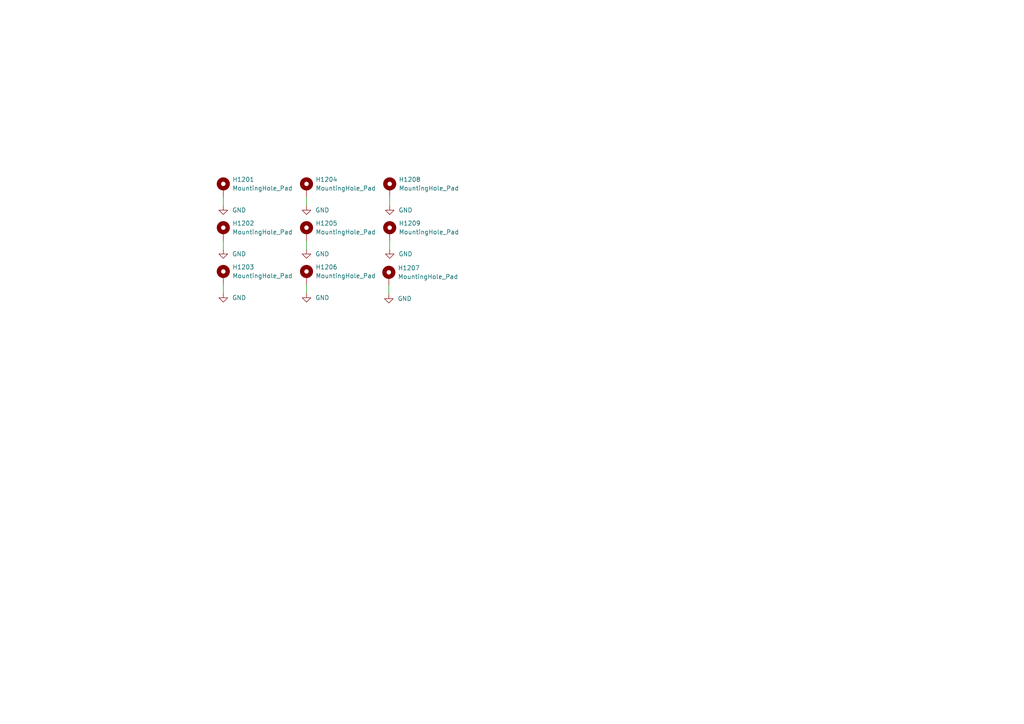
<source format=kicad_sch>
(kicad_sch (version 20211123) (generator eeschema)
  (paper "A4")
  (lib_symbols
    (symbol "Mechanical:MountingHole_Pad" (pin_numbers hide) (pin_names (offset 1.016) hide)
      (property "Reference" "H" (at 0 6.35 0))
      (property "Value" "MountingHole_Pad" (at 0 4.445 0))
      (symbol "MountingHole_Pad_0_1"
        (circle (center 0 1.27) (radius 1.27) (stroke (width 1.27)))
      )
      (symbol "MountingHole_Pad_1_1"
        (pin input line (at 0 -2.54 90) (length 2.54) (name "1") (number "1"))
      )
    )
    (symbol "power:GND" (power) (pin_names (offset 0))
      (property "Value" "GND" (at 0 -3.81 0))
      (symbol "GND_0_1"
        (polyline (pts (xy 0 0) (xy 0 -1.27) (xy 1.27 -1.27) (xy 0 -2.54) (xy -1.27 -1.27) (xy 0 -1.27)))
      )
      (symbol "GND_1_1"
        (pin power_in line (at 0 0 270) (length 0) hide (name "GND") (number "1"))
      )
    )
  )
  (wire (pts (xy 88.9 69.85) (xy 88.9 72.39)))
  (wire (pts (xy 112.776 82.804) (xy 112.776 85.344)))
  (wire (pts (xy 88.9 82.55) (xy 88.9 85.09)))
  (wire (pts (xy 113.03 69.85) (xy 113.03 72.39)))
  (wire (pts (xy 64.77 82.55) (xy 64.77 85.09)))
  (wire (pts (xy 64.77 69.85) (xy 64.77 72.39)))
  (wire (pts (xy 113.03 57.15) (xy 113.03 59.69)))
  (wire (pts (xy 88.9 57.15) (xy 88.9 59.69)))
  (wire (pts (xy 64.77 57.15) (xy 64.77 59.69)))
  (symbol (lib_id "Mechanical:MountingHole_Pad") (at 88.9 67.31 0) (unit 1)
    (property "Reference" "H1205" (at 91.5175 64.7699 0) (effects (justify left)))
    (property "Value" "MountingHole_Pad" (at 91.5175 67.3099 0) (effects (justify left)))
    (property "Footprint" "Footprints:MountingHole_3.2mm_M3_Pad_Via" (effects hide))
  )
  (symbol (lib_id "power:GND") (at 88.9 59.69 0) (unit 1)
    (property "Reference" "#PWR01204" (effects hide))
    (property "Value" "GND" (at 91.44 60.9599 0) (effects (justify left)))
  )
  (symbol (lib_id "Mechanical:MountingHole_Pad") (at 88.9 54.61 0) (unit 1)
    (property "Reference" "H1204" (at 91.5175 52.0699 0) (effects (justify left)))
    (property "Value" "MountingHole_Pad" (at 91.5175 54.6099 0) (effects (justify left)))
    (property "Footprint" "Footprints:MountingHole_3.2mm_M3_Pad_Via" (effects hide))
  )
  (symbol (lib_id "power:GND") (at 112.776 85.344 0) (unit 1)
    (property "Reference" "#PWR01207" (effects hide))
    (property "Value" "GND" (at 115.316 86.6139 0) (effects (justify left)))
  )
  (symbol (lib_id "Mechanical:MountingHole_Pad") (at 113.03 67.31 0) (unit 1)
    (property "Reference" "H1209" (at 115.6475 64.7699 0) (effects (justify left)))
    (property "Value" "MountingHole_Pad" (at 115.6475 67.3099 0) (effects (justify left)))
    (property "Footprint" "Footprints:MountingHole_3.2mm_M3_Pad_Via" (effects hide))
  )
  (symbol (lib_id "Mechanical:MountingHole_Pad") (at 64.77 80.01 0) (unit 1)
    (property "Reference" "H1203" (at 67.3875 77.4699 0) (effects (justify left)))
    (property "Value" "MountingHole_Pad" (at 67.3875 80.0099 0) (effects (justify left)))
    (property "Footprint" "Footprints:MountingHole_3.2mm_M3_Pad_Via" (effects hide))
  )
  (symbol (lib_id "Mechanical:MountingHole_Pad") (at 112.776 80.264 0) (unit 1)
    (property "Reference" "H1207" (at 115.3935 77.7239 0) (effects (justify left)))
    (property "Value" "MountingHole_Pad" (at 115.3935 80.2639 0) (effects (justify left)))
    (property "Footprint" "Footprints:MountingHole_3.2mm_M3_Pad_Via" (effects hide))
  )
  (symbol (lib_id "power:GND") (at 113.03 72.39 0) (unit 1)
    (property "Reference" "#PWR01209" (effects hide))
    (property "Value" "GND" (at 115.57 73.6599 0) (effects (justify left)))
  )
  (symbol (lib_id "power:GND") (at 88.9 85.09 0) (unit 1)
    (property "Reference" "#PWR01206" (effects hide))
    (property "Value" "GND" (at 91.44 86.3599 0) (effects (justify left)))
  )
  (symbol (lib_id "power:GND") (at 64.77 72.39 0) (unit 1)
    (property "Reference" "#PWR01202" (effects hide))
    (property "Value" "GND" (at 67.31 73.6599 0) (effects (justify left)))
  )
  (symbol (lib_id "power:GND") (at 88.9 72.39 0) (unit 1)
    (property "Reference" "#PWR01205" (effects hide))
    (property "Value" "GND" (at 91.44 73.6599 0) (effects (justify left)))
  )
  (symbol (lib_id "power:GND") (at 113.03 59.69 0) (unit 1)
    (property "Reference" "#PWR01208" (effects hide))
    (property "Value" "GND" (at 115.57 60.9599 0) (effects (justify left)))
  )
  (symbol (lib_id "power:GND") (at 64.77 85.09 0) (unit 1)
    (property "Reference" "#PWR01203" (effects hide))
    (property "Value" "GND" (at 67.31 86.3599 0) (effects (justify left)))
  )
  (symbol (lib_id "Mechanical:MountingHole_Pad") (at 88.9 80.01 0) (unit 1)
    (property "Reference" "H1206" (at 91.5175 77.4699 0) (effects (justify left)))
    (property "Value" "MountingHole_Pad" (at 91.5175 80.0099 0) (effects (justify left)))
    (property "Footprint" "Footprints:MountingHole_3.2mm_M3_Pad_Via" (effects hide))
  )
  (symbol (lib_id "Mechanical:MountingHole_Pad") (at 64.77 54.61 0) (unit 1)
    (property "Reference" "H1201" (at 67.3875 52.0699 0) (effects (justify left)))
    (property "Value" "MountingHole_Pad" (at 67.3875 54.6099 0) (effects (justify left)))
    (property "Footprint" "Footprints:MountingHole_3.2mm_M3_Pad_Via" (effects hide))
  )
  (symbol (lib_id "Mechanical:MountingHole_Pad") (at 113.03 54.61 0) (unit 1)
    (property "Reference" "H1208" (at 115.6475 52.0699 0) (effects (justify left)))
    (property "Value" "MountingHole_Pad" (at 115.6475 54.6099 0) (effects (justify left)))
    (property "Footprint" "Footprints:MountingHole_3.2mm_M3_Pad_Via" (effects hide))
  )
  (symbol (lib_id "power:GND") (at 64.77 59.69 0) (unit 1)
    (property "Reference" "#PWR01201" (effects hide))
    (property "Value" "GND" (at 67.31 60.9599 0) (effects (justify left)))
  )
  (symbol (lib_id "Mechanical:MountingHole_Pad") (at 64.77 67.31 0) (unit 1)
    (property "Reference" "H1202" (at 67.3875 64.7699 0) (effects (justify left)))
    (property "Value" "MountingHole_Pad" (at 67.3875 67.3099 0) (effects (justify left)))
    (property "Footprint" "Footprints:MountingHole_3.2mm_M3_Pad_Via" (effects hide))
  )
)
</source>
